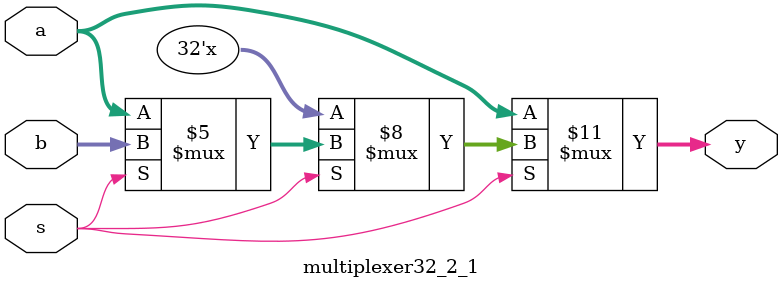
<source format=v>
`timescale 1ns / 100ps


module multiplexer32_2_1(
    input wire[31:0]a,
    input wire[31:0]b,
    input wire s,
    output reg[31:0]y   );
    always@(a,b,s)
    if(s==0)
        y=a;
    else if (s==1)
        y=b;
    else y=a;
    
endmodule

</source>
